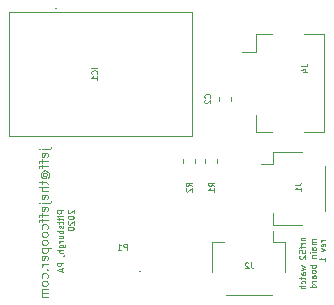
<source format=gbr>
G04 #@! TF.GenerationSoftware,KiCad,Pcbnew,(5.0.0-rc2-200-g1f6f76beb)*
G04 #@! TF.CreationDate,2020-02-25T20:58:18-05:00*
G04 #@! TF.ProjectId,watch-logic,77617463682D6C6F6769632E6B696361,rev?*
G04 #@! TF.SameCoordinates,Original*
G04 #@! TF.FileFunction,Legend,Bot*
G04 #@! TF.FilePolarity,Positive*
%FSLAX46Y46*%
G04 Gerber Fmt 4.6, Leading zero omitted, Abs format (unit mm)*
G04 Created by KiCad (PCBNEW (5.0.0-rc2-200-g1f6f76beb)) date Tue Feb 25 20:58:18 2020*
%MOMM*%
%LPD*%
G01*
G04 APERTURE LIST*
%ADD10C,0.125000*%
%ADD11C,0.120000*%
%ADD12C,0.050000*%
%ADD13C,0.100000*%
G04 APERTURE END LIST*
D10*
X165295090Y-129486297D02*
X164795090Y-129486297D01*
X164795090Y-129676773D01*
X164818900Y-129724392D01*
X164842709Y-129748202D01*
X164890328Y-129772011D01*
X164961757Y-129772011D01*
X165009376Y-129748202D01*
X165033185Y-129724392D01*
X165056995Y-129676773D01*
X165056995Y-129486297D01*
X165295090Y-129986297D02*
X164961757Y-129986297D01*
X164795090Y-129986297D02*
X164818900Y-129962488D01*
X164842709Y-129986297D01*
X164818900Y-130010107D01*
X164795090Y-129986297D01*
X164842709Y-129986297D01*
X164961757Y-130152964D02*
X164961757Y-130343440D01*
X164795090Y-130224392D02*
X165223661Y-130224392D01*
X165271280Y-130248202D01*
X165295090Y-130295821D01*
X165295090Y-130343440D01*
X164961757Y-130438678D02*
X164961757Y-130629154D01*
X164795090Y-130510107D02*
X165223661Y-130510107D01*
X165271280Y-130533916D01*
X165295090Y-130581535D01*
X165295090Y-130629154D01*
X165271280Y-130772011D02*
X165295090Y-130819630D01*
X165295090Y-130914869D01*
X165271280Y-130962488D01*
X165223661Y-130986297D01*
X165199852Y-130986297D01*
X165152233Y-130962488D01*
X165128423Y-130914869D01*
X165128423Y-130843440D01*
X165104614Y-130795821D01*
X165056995Y-130772011D01*
X165033185Y-130772011D01*
X164985566Y-130795821D01*
X164961757Y-130843440D01*
X164961757Y-130914869D01*
X164985566Y-130962488D01*
X165295090Y-131200583D02*
X164795090Y-131200583D01*
X164985566Y-131200583D02*
X164961757Y-131248202D01*
X164961757Y-131343440D01*
X164985566Y-131391059D01*
X165009376Y-131414869D01*
X165056995Y-131438678D01*
X165199852Y-131438678D01*
X165247471Y-131414869D01*
X165271280Y-131391059D01*
X165295090Y-131343440D01*
X165295090Y-131248202D01*
X165271280Y-131200583D01*
X164961757Y-131867250D02*
X165295090Y-131867250D01*
X164961757Y-131652964D02*
X165223661Y-131652964D01*
X165271280Y-131676773D01*
X165295090Y-131724392D01*
X165295090Y-131795821D01*
X165271280Y-131843440D01*
X165247471Y-131867250D01*
X165295090Y-132105345D02*
X164961757Y-132105345D01*
X165056995Y-132105345D02*
X165009376Y-132129154D01*
X164985566Y-132152964D01*
X164961757Y-132200583D01*
X164961757Y-132248202D01*
X164961757Y-132629154D02*
X165366519Y-132629154D01*
X165414138Y-132605345D01*
X165437947Y-132581535D01*
X165461757Y-132533916D01*
X165461757Y-132462488D01*
X165437947Y-132414869D01*
X165271280Y-132629154D02*
X165295090Y-132581535D01*
X165295090Y-132486297D01*
X165271280Y-132438678D01*
X165247471Y-132414869D01*
X165199852Y-132391059D01*
X165056995Y-132391059D01*
X165009376Y-132414869D01*
X164985566Y-132438678D01*
X164961757Y-132486297D01*
X164961757Y-132581535D01*
X164985566Y-132629154D01*
X165295090Y-132867250D02*
X164795090Y-132867250D01*
X165295090Y-133081535D02*
X165033185Y-133081535D01*
X164985566Y-133057726D01*
X164961757Y-133010107D01*
X164961757Y-132938678D01*
X164985566Y-132891059D01*
X165009376Y-132867250D01*
X165271280Y-133343440D02*
X165295090Y-133343440D01*
X165342709Y-133319630D01*
X165366519Y-133295821D01*
X165295090Y-133938678D02*
X164795090Y-133938678D01*
X164795090Y-134129154D01*
X164818900Y-134176773D01*
X164842709Y-134200583D01*
X164890328Y-134224392D01*
X164961757Y-134224392D01*
X165009376Y-134200583D01*
X165033185Y-134176773D01*
X165056995Y-134129154D01*
X165056995Y-133938678D01*
X165152233Y-134414869D02*
X165152233Y-134652964D01*
X165295090Y-134367250D02*
X164795090Y-134533916D01*
X165295090Y-134700583D01*
X165717709Y-129462488D02*
X165693900Y-129486297D01*
X165670090Y-129533916D01*
X165670090Y-129652964D01*
X165693900Y-129700583D01*
X165717709Y-129724392D01*
X165765328Y-129748202D01*
X165812947Y-129748202D01*
X165884376Y-129724392D01*
X166170090Y-129438678D01*
X166170090Y-129748202D01*
X165670090Y-130057726D02*
X165670090Y-130105345D01*
X165693900Y-130152964D01*
X165717709Y-130176773D01*
X165765328Y-130200583D01*
X165860566Y-130224392D01*
X165979614Y-130224392D01*
X166074852Y-130200583D01*
X166122471Y-130176773D01*
X166146280Y-130152964D01*
X166170090Y-130105345D01*
X166170090Y-130057726D01*
X166146280Y-130010107D01*
X166122471Y-129986297D01*
X166074852Y-129962488D01*
X165979614Y-129938678D01*
X165860566Y-129938678D01*
X165765328Y-129962488D01*
X165717709Y-129986297D01*
X165693900Y-130010107D01*
X165670090Y-130057726D01*
X165717709Y-130414869D02*
X165693900Y-130438678D01*
X165670090Y-130486297D01*
X165670090Y-130605345D01*
X165693900Y-130652964D01*
X165717709Y-130676773D01*
X165765328Y-130700583D01*
X165812947Y-130700583D01*
X165884376Y-130676773D01*
X166170090Y-130391059D01*
X166170090Y-130700583D01*
X165670090Y-131010107D02*
X165670090Y-131057726D01*
X165693900Y-131105345D01*
X165717709Y-131129154D01*
X165765328Y-131152964D01*
X165860566Y-131176773D01*
X165979614Y-131176773D01*
X166074852Y-131152964D01*
X166122471Y-131129154D01*
X166146280Y-131105345D01*
X166170090Y-131057726D01*
X166170090Y-131010107D01*
X166146280Y-130962488D01*
X166122471Y-130938678D01*
X166074852Y-130914869D01*
X165979614Y-130891059D01*
X165860566Y-130891059D01*
X165765328Y-130914869D01*
X165717709Y-130938678D01*
X165693900Y-130962488D01*
X165670090Y-131010107D01*
X163466085Y-124288142D02*
X164108942Y-124288142D01*
X164180371Y-124252428D01*
X164216085Y-124181000D01*
X164216085Y-124145285D01*
X163216085Y-124288142D02*
X163251800Y-124252428D01*
X163287514Y-124288142D01*
X163251800Y-124323857D01*
X163216085Y-124288142D01*
X163287514Y-124288142D01*
X163930371Y-124931000D02*
X163966085Y-124859571D01*
X163966085Y-124716714D01*
X163930371Y-124645285D01*
X163858942Y-124609571D01*
X163573228Y-124609571D01*
X163501800Y-124645285D01*
X163466085Y-124716714D01*
X163466085Y-124859571D01*
X163501800Y-124931000D01*
X163573228Y-124966714D01*
X163644657Y-124966714D01*
X163716085Y-124609571D01*
X163466085Y-125181000D02*
X163466085Y-125466714D01*
X163966085Y-125288142D02*
X163323228Y-125288142D01*
X163251800Y-125323857D01*
X163216085Y-125395285D01*
X163216085Y-125466714D01*
X163466085Y-125609571D02*
X163466085Y-125895285D01*
X163966085Y-125716714D02*
X163323228Y-125716714D01*
X163251800Y-125752428D01*
X163216085Y-125823857D01*
X163216085Y-125895285D01*
X163608942Y-126609571D02*
X163573228Y-126573857D01*
X163537514Y-126502428D01*
X163537514Y-126431000D01*
X163573228Y-126359571D01*
X163608942Y-126323857D01*
X163680371Y-126288142D01*
X163751800Y-126288142D01*
X163823228Y-126323857D01*
X163858942Y-126359571D01*
X163894657Y-126431000D01*
X163894657Y-126502428D01*
X163858942Y-126573857D01*
X163823228Y-126609571D01*
X163537514Y-126609571D02*
X163823228Y-126609571D01*
X163858942Y-126645285D01*
X163858942Y-126681000D01*
X163823228Y-126752428D01*
X163751800Y-126788142D01*
X163573228Y-126788142D01*
X163466085Y-126716714D01*
X163394657Y-126609571D01*
X163358942Y-126466714D01*
X163394657Y-126323857D01*
X163466085Y-126216714D01*
X163573228Y-126145285D01*
X163716085Y-126109571D01*
X163858942Y-126145285D01*
X163966085Y-126216714D01*
X164037514Y-126323857D01*
X164073228Y-126466714D01*
X164037514Y-126609571D01*
X163966085Y-126716714D01*
X163466085Y-127002428D02*
X163466085Y-127288142D01*
X163216085Y-127109571D02*
X163858942Y-127109571D01*
X163930371Y-127145285D01*
X163966085Y-127216714D01*
X163966085Y-127288142D01*
X163966085Y-127538142D02*
X163216085Y-127538142D01*
X163966085Y-127859571D02*
X163573228Y-127859571D01*
X163501800Y-127823857D01*
X163466085Y-127752428D01*
X163466085Y-127645285D01*
X163501800Y-127573857D01*
X163537514Y-127538142D01*
X163930371Y-128502428D02*
X163966085Y-128431000D01*
X163966085Y-128288142D01*
X163930371Y-128216714D01*
X163858942Y-128181000D01*
X163573228Y-128181000D01*
X163501800Y-128216714D01*
X163466085Y-128288142D01*
X163466085Y-128431000D01*
X163501800Y-128502428D01*
X163573228Y-128538142D01*
X163644657Y-128538142D01*
X163716085Y-128181000D01*
X163466085Y-128859571D02*
X164108942Y-128859571D01*
X164180371Y-128823857D01*
X164216085Y-128752428D01*
X164216085Y-128716714D01*
X163216085Y-128859571D02*
X163251800Y-128823857D01*
X163287514Y-128859571D01*
X163251800Y-128895285D01*
X163216085Y-128859571D01*
X163287514Y-128859571D01*
X163930371Y-129502428D02*
X163966085Y-129431000D01*
X163966085Y-129288142D01*
X163930371Y-129216714D01*
X163858942Y-129181000D01*
X163573228Y-129181000D01*
X163501800Y-129216714D01*
X163466085Y-129288142D01*
X163466085Y-129431000D01*
X163501800Y-129502428D01*
X163573228Y-129538142D01*
X163644657Y-129538142D01*
X163716085Y-129181000D01*
X163466085Y-129752428D02*
X163466085Y-130038142D01*
X163966085Y-129859571D02*
X163323228Y-129859571D01*
X163251800Y-129895285D01*
X163216085Y-129966714D01*
X163216085Y-130038142D01*
X163466085Y-130181000D02*
X163466085Y-130466714D01*
X163966085Y-130288142D02*
X163323228Y-130288142D01*
X163251800Y-130323857D01*
X163216085Y-130395285D01*
X163216085Y-130466714D01*
X163930371Y-131038142D02*
X163966085Y-130966714D01*
X163966085Y-130823857D01*
X163930371Y-130752428D01*
X163894657Y-130716714D01*
X163823228Y-130681000D01*
X163608942Y-130681000D01*
X163537514Y-130716714D01*
X163501800Y-130752428D01*
X163466085Y-130823857D01*
X163466085Y-130966714D01*
X163501800Y-131038142D01*
X163966085Y-131466714D02*
X163930371Y-131395285D01*
X163894657Y-131359571D01*
X163823228Y-131323857D01*
X163608942Y-131323857D01*
X163537514Y-131359571D01*
X163501800Y-131395285D01*
X163466085Y-131466714D01*
X163466085Y-131573857D01*
X163501800Y-131645285D01*
X163537514Y-131681000D01*
X163608942Y-131716714D01*
X163823228Y-131716714D01*
X163894657Y-131681000D01*
X163930371Y-131645285D01*
X163966085Y-131573857D01*
X163966085Y-131466714D01*
X163966085Y-132145285D02*
X163930371Y-132073857D01*
X163894657Y-132038142D01*
X163823228Y-132002428D01*
X163608942Y-132002428D01*
X163537514Y-132038142D01*
X163501800Y-132073857D01*
X163466085Y-132145285D01*
X163466085Y-132252428D01*
X163501800Y-132323857D01*
X163537514Y-132359571D01*
X163608942Y-132395285D01*
X163823228Y-132395285D01*
X163894657Y-132359571D01*
X163930371Y-132323857D01*
X163966085Y-132252428D01*
X163966085Y-132145285D01*
X163466085Y-132716714D02*
X164216085Y-132716714D01*
X163501800Y-132716714D02*
X163466085Y-132788142D01*
X163466085Y-132931000D01*
X163501800Y-133002428D01*
X163537514Y-133038142D01*
X163608942Y-133073857D01*
X163823228Y-133073857D01*
X163894657Y-133038142D01*
X163930371Y-133002428D01*
X163966085Y-132931000D01*
X163966085Y-132788142D01*
X163930371Y-132716714D01*
X163930371Y-133681000D02*
X163966085Y-133609571D01*
X163966085Y-133466714D01*
X163930371Y-133395285D01*
X163858942Y-133359571D01*
X163573228Y-133359571D01*
X163501800Y-133395285D01*
X163466085Y-133466714D01*
X163466085Y-133609571D01*
X163501800Y-133681000D01*
X163573228Y-133716714D01*
X163644657Y-133716714D01*
X163716085Y-133359571D01*
X163966085Y-134038142D02*
X163466085Y-134038142D01*
X163608942Y-134038142D02*
X163537514Y-134073857D01*
X163501800Y-134109571D01*
X163466085Y-134181000D01*
X163466085Y-134252428D01*
X163894657Y-134502428D02*
X163930371Y-134538142D01*
X163966085Y-134502428D01*
X163930371Y-134466714D01*
X163894657Y-134502428D01*
X163966085Y-134502428D01*
X163930371Y-135181000D02*
X163966085Y-135109571D01*
X163966085Y-134966714D01*
X163930371Y-134895285D01*
X163894657Y-134859571D01*
X163823228Y-134823857D01*
X163608942Y-134823857D01*
X163537514Y-134859571D01*
X163501800Y-134895285D01*
X163466085Y-134966714D01*
X163466085Y-135109571D01*
X163501800Y-135181000D01*
X163966085Y-135609571D02*
X163930371Y-135538142D01*
X163894657Y-135502428D01*
X163823228Y-135466714D01*
X163608942Y-135466714D01*
X163537514Y-135502428D01*
X163501800Y-135538142D01*
X163466085Y-135609571D01*
X163466085Y-135716714D01*
X163501800Y-135788142D01*
X163537514Y-135823857D01*
X163608942Y-135859571D01*
X163823228Y-135859571D01*
X163894657Y-135823857D01*
X163930371Y-135788142D01*
X163966085Y-135716714D01*
X163966085Y-135609571D01*
X163966085Y-136181000D02*
X163466085Y-136181000D01*
X163537514Y-136181000D02*
X163501800Y-136216714D01*
X163466085Y-136288142D01*
X163466085Y-136395285D01*
X163501800Y-136466714D01*
X163573228Y-136502428D01*
X163966085Y-136502428D01*
X163573228Y-136502428D02*
X163501800Y-136538142D01*
X163466085Y-136609571D01*
X163466085Y-136716714D01*
X163501800Y-136788142D01*
X163573228Y-136823857D01*
X163966085Y-136823857D01*
X185434157Y-131816742D02*
X185767490Y-131816742D01*
X185481776Y-131816742D02*
X185457966Y-131840552D01*
X185434157Y-131888171D01*
X185434157Y-131959600D01*
X185457966Y-132007219D01*
X185505585Y-132031028D01*
X185767490Y-132031028D01*
X185767490Y-132269123D02*
X185434157Y-132269123D01*
X185529395Y-132269123D02*
X185481776Y-132292933D01*
X185457966Y-132316742D01*
X185434157Y-132364361D01*
X185434157Y-132411980D01*
X185434157Y-132507219D02*
X185434157Y-132697695D01*
X185767490Y-132578647D02*
X185338919Y-132578647D01*
X185291300Y-132602457D01*
X185267490Y-132650076D01*
X185267490Y-132697695D01*
X185267490Y-133102457D02*
X185267490Y-132864361D01*
X185505585Y-132840552D01*
X185481776Y-132864361D01*
X185457966Y-132911980D01*
X185457966Y-133031028D01*
X185481776Y-133078647D01*
X185505585Y-133102457D01*
X185553204Y-133126266D01*
X185672252Y-133126266D01*
X185719871Y-133102457D01*
X185743680Y-133078647D01*
X185767490Y-133031028D01*
X185767490Y-132911980D01*
X185743680Y-132864361D01*
X185719871Y-132840552D01*
X185315109Y-133316742D02*
X185291300Y-133340552D01*
X185267490Y-133388171D01*
X185267490Y-133507219D01*
X185291300Y-133554838D01*
X185315109Y-133578647D01*
X185362728Y-133602457D01*
X185410347Y-133602457D01*
X185481776Y-133578647D01*
X185767490Y-133292933D01*
X185767490Y-133602457D01*
X185434157Y-134150076D02*
X185767490Y-134245314D01*
X185529395Y-134340552D01*
X185767490Y-134435790D01*
X185434157Y-134531028D01*
X185767490Y-134935790D02*
X185505585Y-134935790D01*
X185457966Y-134911980D01*
X185434157Y-134864361D01*
X185434157Y-134769123D01*
X185457966Y-134721504D01*
X185743680Y-134935790D02*
X185767490Y-134888171D01*
X185767490Y-134769123D01*
X185743680Y-134721504D01*
X185696061Y-134697695D01*
X185648442Y-134697695D01*
X185600823Y-134721504D01*
X185577014Y-134769123D01*
X185577014Y-134888171D01*
X185553204Y-134935790D01*
X185434157Y-135102457D02*
X185434157Y-135292933D01*
X185267490Y-135173885D02*
X185696061Y-135173885D01*
X185743680Y-135197695D01*
X185767490Y-135245314D01*
X185767490Y-135292933D01*
X185743680Y-135673885D02*
X185767490Y-135626266D01*
X185767490Y-135531028D01*
X185743680Y-135483409D01*
X185719871Y-135459600D01*
X185672252Y-135435790D01*
X185529395Y-135435790D01*
X185481776Y-135459600D01*
X185457966Y-135483409D01*
X185434157Y-135531028D01*
X185434157Y-135626266D01*
X185457966Y-135673885D01*
X185767490Y-135888171D02*
X185267490Y-135888171D01*
X185767490Y-136102457D02*
X185505585Y-136102457D01*
X185457966Y-136078647D01*
X185434157Y-136031028D01*
X185434157Y-135959600D01*
X185457966Y-135911980D01*
X185481776Y-135888171D01*
X186642490Y-131923885D02*
X186309157Y-131923885D01*
X186356776Y-131923885D02*
X186332966Y-131947695D01*
X186309157Y-131995314D01*
X186309157Y-132066742D01*
X186332966Y-132114361D01*
X186380585Y-132138171D01*
X186642490Y-132138171D01*
X186380585Y-132138171D02*
X186332966Y-132161980D01*
X186309157Y-132209600D01*
X186309157Y-132281028D01*
X186332966Y-132328647D01*
X186380585Y-132352457D01*
X186642490Y-132352457D01*
X186642490Y-132804838D02*
X186380585Y-132804838D01*
X186332966Y-132781028D01*
X186309157Y-132733409D01*
X186309157Y-132638171D01*
X186332966Y-132590552D01*
X186618680Y-132804838D02*
X186642490Y-132757219D01*
X186642490Y-132638171D01*
X186618680Y-132590552D01*
X186571061Y-132566742D01*
X186523442Y-132566742D01*
X186475823Y-132590552D01*
X186452014Y-132638171D01*
X186452014Y-132757219D01*
X186428204Y-132804838D01*
X186642490Y-133042933D02*
X186309157Y-133042933D01*
X186142490Y-133042933D02*
X186166300Y-133019123D01*
X186190109Y-133042933D01*
X186166300Y-133066742D01*
X186142490Y-133042933D01*
X186190109Y-133042933D01*
X186309157Y-133281028D02*
X186642490Y-133281028D01*
X186356776Y-133281028D02*
X186332966Y-133304838D01*
X186309157Y-133352457D01*
X186309157Y-133423885D01*
X186332966Y-133471504D01*
X186380585Y-133495314D01*
X186642490Y-133495314D01*
X186642490Y-134114361D02*
X186142490Y-134114361D01*
X186332966Y-134114361D02*
X186309157Y-134161980D01*
X186309157Y-134257219D01*
X186332966Y-134304838D01*
X186356776Y-134328647D01*
X186404395Y-134352457D01*
X186547252Y-134352457D01*
X186594871Y-134328647D01*
X186618680Y-134304838D01*
X186642490Y-134257219D01*
X186642490Y-134161980D01*
X186618680Y-134114361D01*
X186642490Y-134638171D02*
X186618680Y-134590552D01*
X186594871Y-134566742D01*
X186547252Y-134542933D01*
X186404395Y-134542933D01*
X186356776Y-134566742D01*
X186332966Y-134590552D01*
X186309157Y-134638171D01*
X186309157Y-134709600D01*
X186332966Y-134757219D01*
X186356776Y-134781028D01*
X186404395Y-134804838D01*
X186547252Y-134804838D01*
X186594871Y-134781028D01*
X186618680Y-134757219D01*
X186642490Y-134709600D01*
X186642490Y-134638171D01*
X186642490Y-135233409D02*
X186380585Y-135233409D01*
X186332966Y-135209600D01*
X186309157Y-135161980D01*
X186309157Y-135066742D01*
X186332966Y-135019123D01*
X186618680Y-135233409D02*
X186642490Y-135185790D01*
X186642490Y-135066742D01*
X186618680Y-135019123D01*
X186571061Y-134995314D01*
X186523442Y-134995314D01*
X186475823Y-135019123D01*
X186452014Y-135066742D01*
X186452014Y-135185790D01*
X186428204Y-135233409D01*
X186642490Y-135471504D02*
X186309157Y-135471504D01*
X186404395Y-135471504D02*
X186356776Y-135495314D01*
X186332966Y-135519123D01*
X186309157Y-135566742D01*
X186309157Y-135614361D01*
X186642490Y-135995314D02*
X186142490Y-135995314D01*
X186618680Y-135995314D02*
X186642490Y-135947695D01*
X186642490Y-135852457D01*
X186618680Y-135804838D01*
X186594871Y-135781028D01*
X186547252Y-135757219D01*
X186404395Y-135757219D01*
X186356776Y-135781028D01*
X186332966Y-135804838D01*
X186309157Y-135852457D01*
X186309157Y-135947695D01*
X186332966Y-135995314D01*
X187474990Y-132023752D02*
X187141657Y-132023752D01*
X187236895Y-132023752D02*
X187189276Y-132047561D01*
X187165466Y-132071371D01*
X187141657Y-132118990D01*
X187141657Y-132166609D01*
X187451180Y-132523752D02*
X187474990Y-132476133D01*
X187474990Y-132380895D01*
X187451180Y-132333276D01*
X187403561Y-132309466D01*
X187213085Y-132309466D01*
X187165466Y-132333276D01*
X187141657Y-132380895D01*
X187141657Y-132476133D01*
X187165466Y-132523752D01*
X187213085Y-132547561D01*
X187260704Y-132547561D01*
X187308323Y-132309466D01*
X187141657Y-132714228D02*
X187474990Y-132833276D01*
X187141657Y-132952323D01*
X187474990Y-133785657D02*
X187474990Y-133499942D01*
X187474990Y-133642800D02*
X186974990Y-133642800D01*
X187046419Y-133595180D01*
X187094038Y-133547561D01*
X187117847Y-133499942D01*
D11*
G04 #@! TO.C,C2*
X178433000Y-119857733D02*
X178433000Y-120200267D01*
X179453000Y-119857733D02*
X179453000Y-120200267D01*
G04 #@! TO.C,J1*
X187470000Y-125695000D02*
X187470000Y-129575000D01*
X183000000Y-130745000D02*
X183000000Y-129695000D01*
X185500000Y-130745000D02*
X183000000Y-130745000D01*
X183000000Y-125575000D02*
X182010000Y-125575000D01*
X183000000Y-124525000D02*
X183000000Y-125575000D01*
X185500000Y-124525000D02*
X183000000Y-124525000D01*
G04 #@! TO.C,J2*
X184085000Y-134700000D02*
X184085000Y-132200000D01*
X184085000Y-132200000D02*
X183035000Y-132200000D01*
X183035000Y-132200000D02*
X183035000Y-131210000D01*
X177865000Y-134700000D02*
X177865000Y-132200000D01*
X177865000Y-132200000D02*
X178915000Y-132200000D01*
X182915000Y-136670000D02*
X179035000Y-136670000D01*
G04 #@! TO.C,J4*
X181580000Y-116085000D02*
X181580000Y-114595000D01*
X181580000Y-114595000D02*
X182920000Y-114595000D01*
X181580000Y-121405000D02*
X181580000Y-122895000D01*
X181580000Y-122895000D02*
X182920000Y-122895000D01*
X185640000Y-114595000D02*
X187380000Y-114595000D01*
X187380000Y-114595000D02*
X187380000Y-122895000D01*
X187380000Y-122895000D02*
X185640000Y-122895000D01*
X181580000Y-116085000D02*
X180380000Y-116085000D01*
D12*
G04 #@! TO.C,P1*
X171850000Y-134675000D02*
G75*
G03X171850000Y-134675000I-70000J0D01*
G01*
D11*
G04 #@! TO.C,R1*
X178310000Y-125506267D02*
X178310000Y-125163733D01*
X177290000Y-125506267D02*
X177290000Y-125163733D01*
G04 #@! TO.C,R2*
X175385000Y-125506267D02*
X175385000Y-125163733D01*
X176405000Y-125506267D02*
X176405000Y-125163733D01*
D13*
G04 #@! TO.C,IC1*
X160652000Y-112733000D02*
X160652000Y-123233000D01*
X160652000Y-123233000D02*
X176152000Y-123233000D01*
X176152000Y-123233000D02*
X176152000Y-112733000D01*
X176152000Y-112733000D02*
X160652000Y-112733000D01*
X164602000Y-112383000D02*
X164602000Y-112383000D01*
X164702000Y-112383000D02*
X164702000Y-112383000D01*
X164702000Y-112383000D02*
G75*
G03X164602000Y-112383000I-50000J0D01*
G01*
X164602000Y-112383000D02*
G75*
G03X164702000Y-112383000I50000J0D01*
G01*
G04 #@! TO.C,C2*
D10*
X177691571Y-119945666D02*
X177715380Y-119921857D01*
X177739190Y-119850428D01*
X177739190Y-119802809D01*
X177715380Y-119731380D01*
X177667761Y-119683761D01*
X177620142Y-119659952D01*
X177524904Y-119636142D01*
X177453476Y-119636142D01*
X177358238Y-119659952D01*
X177310619Y-119683761D01*
X177263000Y-119731380D01*
X177239190Y-119802809D01*
X177239190Y-119850428D01*
X177263000Y-119921857D01*
X177286809Y-119945666D01*
X177286809Y-120136142D02*
X177263000Y-120159952D01*
X177239190Y-120207571D01*
X177239190Y-120326619D01*
X177263000Y-120374238D01*
X177286809Y-120398047D01*
X177334428Y-120421857D01*
X177382047Y-120421857D01*
X177453476Y-120398047D01*
X177739190Y-120112333D01*
X177739190Y-120421857D01*
G04 #@! TO.C,J1*
X184892190Y-127341333D02*
X185249333Y-127341333D01*
X185320761Y-127317523D01*
X185368380Y-127269904D01*
X185392190Y-127198476D01*
X185392190Y-127150857D01*
X185392190Y-127841333D02*
X185392190Y-127555619D01*
X185392190Y-127698476D02*
X184892190Y-127698476D01*
X184963619Y-127650857D01*
X185011238Y-127603238D01*
X185035047Y-127555619D01*
G04 #@! TO.C,J2*
X181167066Y-133888990D02*
X181167066Y-134246133D01*
X181190876Y-134317561D01*
X181238495Y-134365180D01*
X181309923Y-134388990D01*
X181357542Y-134388990D01*
X180952780Y-133936609D02*
X180928971Y-133912800D01*
X180881352Y-133888990D01*
X180762304Y-133888990D01*
X180714685Y-133912800D01*
X180690876Y-133936609D01*
X180667066Y-133984228D01*
X180667066Y-134031847D01*
X180690876Y-134103276D01*
X180976590Y-134388990D01*
X180667066Y-134388990D01*
G04 #@! TO.C,J4*
X185450990Y-117282933D02*
X185808133Y-117282933D01*
X185879561Y-117259123D01*
X185927180Y-117211504D01*
X185950990Y-117140076D01*
X185950990Y-117092457D01*
X185617657Y-117735314D02*
X185950990Y-117735314D01*
X185427180Y-117616266D02*
X185784323Y-117497219D01*
X185784323Y-117806742D01*
G04 #@! TO.C,P1*
X170647847Y-132814190D02*
X170647847Y-132314190D01*
X170457371Y-132314190D01*
X170409752Y-132338000D01*
X170385942Y-132361809D01*
X170362133Y-132409428D01*
X170362133Y-132480857D01*
X170385942Y-132528476D01*
X170409752Y-132552285D01*
X170457371Y-132576095D01*
X170647847Y-132576095D01*
X169885942Y-132814190D02*
X170171657Y-132814190D01*
X170028800Y-132814190D02*
X170028800Y-132314190D01*
X170076419Y-132385619D01*
X170124038Y-132433238D01*
X170171657Y-132457047D01*
G04 #@! TO.C,R1*
X178076990Y-127424666D02*
X177838895Y-127258000D01*
X178076990Y-127138952D02*
X177576990Y-127138952D01*
X177576990Y-127329428D01*
X177600800Y-127377047D01*
X177624609Y-127400857D01*
X177672228Y-127424666D01*
X177743657Y-127424666D01*
X177791276Y-127400857D01*
X177815085Y-127377047D01*
X177838895Y-127329428D01*
X177838895Y-127138952D01*
X178076990Y-127900857D02*
X178076990Y-127615142D01*
X178076990Y-127758000D02*
X177576990Y-127758000D01*
X177648419Y-127710380D01*
X177696038Y-127662761D01*
X177719847Y-127615142D01*
G04 #@! TO.C,R2*
X176146590Y-127424666D02*
X175908495Y-127258000D01*
X176146590Y-127138952D02*
X175646590Y-127138952D01*
X175646590Y-127329428D01*
X175670400Y-127377047D01*
X175694209Y-127400857D01*
X175741828Y-127424666D01*
X175813257Y-127424666D01*
X175860876Y-127400857D01*
X175884685Y-127377047D01*
X175908495Y-127329428D01*
X175908495Y-127138952D01*
X175694209Y-127615142D02*
X175670400Y-127638952D01*
X175646590Y-127686571D01*
X175646590Y-127805619D01*
X175670400Y-127853238D01*
X175694209Y-127877047D01*
X175741828Y-127900857D01*
X175789447Y-127900857D01*
X175860876Y-127877047D01*
X176146590Y-127591333D01*
X176146590Y-127900857D01*
G04 #@! TO.C,IC1*
X168170990Y-117418704D02*
X167670990Y-117418704D01*
X168123371Y-117942514D02*
X168147180Y-117918704D01*
X168170990Y-117847276D01*
X168170990Y-117799657D01*
X168147180Y-117728228D01*
X168099561Y-117680609D01*
X168051942Y-117656800D01*
X167956704Y-117632990D01*
X167885276Y-117632990D01*
X167790038Y-117656800D01*
X167742419Y-117680609D01*
X167694800Y-117728228D01*
X167670990Y-117799657D01*
X167670990Y-117847276D01*
X167694800Y-117918704D01*
X167718609Y-117942514D01*
X168170990Y-118418704D02*
X168170990Y-118132990D01*
X168170990Y-118275847D02*
X167670990Y-118275847D01*
X167742419Y-118228228D01*
X167790038Y-118180609D01*
X167813847Y-118132990D01*
G04 #@! TD*
M02*

</source>
